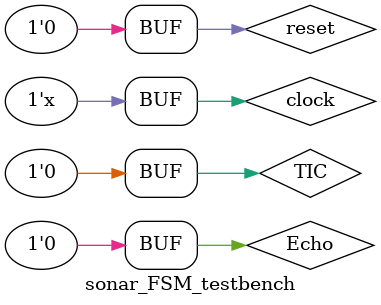
<source format=sv>
`timescale 1ns/1ps

module sonar_FSM_testbench ();

logic [19:0] 	distance;
logic 			clock, reset; 
logic [1:0] 	Flags;
logic 			Trigger, Echo;
logic 			TIC;

sonar_FSM sonar_FSM_01(clock, reset, Trigger, Echo, TIC, distance[19:0],Flags[1:0]);

always #10 clock = ~clock;

initial
	begin
		clock = 1'b0;
		reset = 1'b1;
		TIC = 1'b0;
		Echo = 1'b0;
		
		#80
		
		reset = 1'b0;
		
		#80
		
		TIC = 1'b1;
		
		#80 
		
		Echo = 1'b1;
		TIC = 1'b0;
		
		#289920		
		
		#59710000
		
		TIC = 1'b1;
		
		#80
		
		TIC = 1'b0;
		
		#28920
		
		Echo = 1'b0;
	end
endmodule  

</source>
